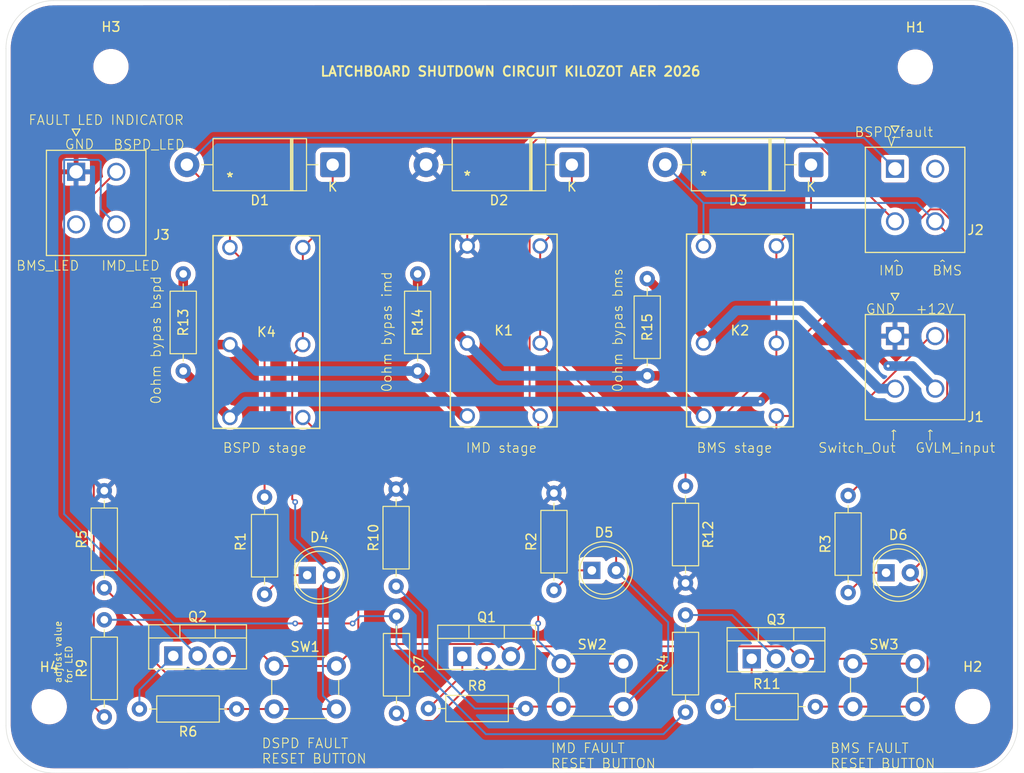
<source format=kicad_pcb>
(kicad_pcb (version 20241229) (generator "pcbnew") (generator_version "9.0")
  (layers (0 "F.Cu" signal) (2 "B.Cu" signal) (13 "F.Paste" user) (15 "B.Paste" user) (5 "F.SilkS" user "F.Silkscreen") (7 "B.SilkS" user "B.Silkscreen") (1 "F.Mask" user) (3 "B.Mask" user) (25 "Edge.Cuts" user))
  (net 0 "")
  (net 1 "BSPD_FAULT")
  (net 2 "Net-(D1-K)")
  (net 3 "GND")
  (net 4 "Net-(D2-K)")
  (net 5 "Net-(D3-K)")
  (net 6 "BMS_FAULT")
  (net 7 "GVLM_INPUT")
  (net 8 "+12V")
  (net 10 "IMD_FAULT")
  (net 11 "IMDfault_LED")
  (net 12 "BSPDfault_LED")
  (net 13 "BMSfault_LED")
  (net 14 "Net-(D4-K)")
  (net 15 "Net-(D5-K)")
  (net 16 "Net-(D6-K)")
  (net 17 "Net-(Q3-D)")
  (net 18 "Net-(Q2-G)")
  (net 19 "Net-(Q1-D)")
  (net 20 "Net-(Q1-G)")
  (net 21 "Net-(Q2-D)")
  (net 22 "Net-(Q3-G)")
  (net 23 "internal_switch_output")
  (net 24 "Net-(K1-Pad3)")
  (net 25 "Net-(K1-Pad4)")
  (footprint "Resistor_THT:R_Axial_DIN0207_L6.3mm_D2.5mm_P10.16mm_Horizontal" (layer "F.Cu") (at 70.08 123.25 180)
    (property "Reference" "R6" (at 5.08 -2.37 0) (layer "F.SilkS"))
    (property "Value" "1k")
    (pad "1" thru_hole circle (at 0 0 180) (size 1.6 1.6) (drill 0.8) (layers "*.Cu" "*.Mask") (net 2 "Net-(D1-K)"))
    (pad "2" thru_hole circle (at 10.16 0 180) (size 1.6 1.6) (drill 0.8) (layers "*.Cu" "*.Mask") (net 18 "Net-(Q2-G)"))
  )
  (footprint "Resistor_THT:R_Axial_DIN0207_L6.3mm_D2.5mm_P10.16mm_Horizontal" (layer "F.Cu") (at 120.42 123)
    (property "Reference" "R11" (at 5.08 -2.37 0) (layer "F.SilkS"))
    (property "Value" "1k")
    (pad "1" thru_hole circle (at 0 0) (size 1.6 1.6) (drill 0.8) (layers "*.Cu" "*.Mask") (net 22 "Net-(Q3-G)"))
    (pad "2" thru_hole circle (at 10.16 0) (size 1.6 1.6) (drill 0.8) (layers "*.Cu" "*.Mask") (net 5 "Net-(D3-K)"))
  )
  (footprint "1MyCustomLibrary:RELAY_G6B-2114P-US_OMR" (layer "F.Cu") (at 77 92.66)
    (property "Reference" "K4" (at -3.81 -8.840001 0) (layer "F.SilkS"))
    (property "Value" "G6B-2214P-US DC12")
    (fp_text user "*" (at -7.62 -24.980002 0) (layer "F.SilkS"))
    (fp_text user "*" (at -7.62 -24.980002 0) (layer "F.SilkS"))
    (pad "1" thru_hole circle (at -7.62 -17.680001) (size 1.608074 1.608074) (drill 1.0922) (layers "*.Cu" "*.Mask") (net 1 "BSPD_FAULT"))
    (pad "3" thru_hole circle (at -7.62 -7.520001) (size 1.608074 1.608074) (drill 1.0922) (layers "*.Cu" "*.Mask") (net 25 "Net-(K1-Pad4)"))
    (pad "4" thru_hole circle (at -7.62 0.099999) (size 1.608074 1.608074) (drill 1.0922) (layers "*.Cu" "*.Mask") (net 7 "GVLM_INPUT"))
    (pad "5" thru_hole circle (at 0 0.099999) (size 1.608074 1.608074) (drill 1.0922) (layers "*.Cu" "*.Mask") (net 8 "+12V"))
    (pad "6" thru_hole circle (at 0 -7.520001) (size 1.608074 1.608074) (drill 1.0922) (layers "*.Cu" "*.Mask") (net 2 "Net-(D1-K)"))
    (pad "8" thru_hole circle (at 0 -17.680001) (size 1.608074 1.608074) (drill 1.0922) (layers "*.Cu" "*.Mask") (net 2 "Net-(D1-K)"))
  )
  (footprint "Package_TO_SOT_THT:TO-220-3_Vertical" (layer "F.Cu") (at 63.46 117.7)
    (property "Reference" "Q2" (at 2.54 -4.1 0) (layer "F.SilkS"))
    (property "Value" "PMOS IRF9540")
    (pad "1" thru_hole rect (at 0 0) (size 1.905 2) (drill 1.1) (layers "*.Cu" "*.Mask") (net 18 "Net-(Q2-G)"))
    (pad "2" thru_hole oval (at 2.54 0) (size 1.905 2) (drill 1.1) (layers "*.Cu" "*.Mask") (net 21 "Net-(Q2-D)"))
    (pad "3" thru_hole oval (at 5.08 0) (size 1.905 2) (drill 1.1) (layers "*.Cu" "*.Mask") (net 8 "+12V"))
  )
  (footprint "Resistor_THT:R_Axial_DIN0207_L6.3mm_D2.5mm_P10.16mm_Horizontal" (layer "F.Cu") (at 117 123.58 90)
    (property "Reference" "R4" (at 5.08 -2.37 90) (layer "F.SilkS"))
    (property "Value" "470")
    (pad "1" thru_hole circle (at 0 0 90) (size 1.6 1.6) (drill 0.8) (layers "*.Cu" "*.Mask") (net 11 "IMDfault_LED"))
    (pad "2" thru_hole circle (at 10.16 0 90) (size 1.6 1.6) (drill 0.8) (layers "*.Cu" "*.Mask") (net 17 "Net-(Q3-D)"))
  )
  (footprint "LED_THT:LED_D5.0mm" (layer "F.Cu") (at 77.46 109.25)
    (property "Reference" "D4" (at 1.27 -3.96 0) (layer "F.SilkS"))
    (property "Value" "DEBUG LED")
    (pad "1" thru_hole rect (at 0 0) (size 1.8 1.8) (drill 0.9) (layers "*.Cu" "*.Mask") (net 14 "Net-(D4-K)"))
    (pad "2" thru_hole circle (at 2.54 0) (size 1.8 1.8) (drill 0.9) (layers "*.Cu" "*.Mask") (net 2 "Net-(D1-K)"))
  )
  (footprint "1MyCustomLibrary:RELAY_G6B-2114P-US_OMR" (layer "F.Cu") (at 101.81 92.5)
    (property "Reference" "K1" (at -3.81 -8.840001 0) (layer "F.SilkS"))
    (property "Value" "G6B-2214P-US DC12")
    (fp_text user "*" (at -7.62 -24.980002 0) (layer "F.SilkS"))
    (fp_text user "*" (at -7.62 -24.980002 0) (layer "F.SilkS"))
    (pad "1" thru_hole circle (at -7.62 -17.680001) (size 1.608074 1.608074) (drill 1.0922) (layers "*.Cu" "*.Mask") (net 3 "GND"))
    (pad "3" thru_hole circle (at -7.62 -7.520001) (size 1.608074 1.608074) (drill 1.0922) (layers "*.Cu" "*.Mask") (net 24 "Net-(K1-Pad3)"))
    (pad "4" thru_hole circle (at -7.62 0.099999) (size 1.608074 1.608074) (drill 1.0922) (layers "*.Cu" "*.Mask") (net 25 "Net-(K1-Pad4)"))
    (pad "5" thru_hole circle (at 0 0.099999) (size 1.608074 1.608074) (drill 1.0922) (layers "*.Cu" "*.Mask") (net 10 "IMD_FAULT"))
    (pad "6" thru_hole circle (at 0 -7.520001) (size 1.608074 1.608074) (drill 1.0922) (layers "*.Cu" "*.Mask") (net 4 "Net-(D2-K)"))
    (pad "8" thru_hole circle (at 0 -17.680001) (size 1.608074 1.608074) (drill 1.0922) (layers "*.Cu" "*.Mask") (net 4 "Net-(D2-K)"))
  )
  (footprint "Resistor_THT:R_Axial_DIN0207_L6.3mm_D2.5mm_P10.16mm_Horizontal" (layer "F.Cu") (at 86.75 110.41 90)
    (property "Reference" "R10" (at 5.08 -2.37 90) (layer "F.SilkS"))
    (property "Value" "10k")
    (pad "1" thru_hole circle (at 0 0 90) (size 1.6 1.6) (drill 0.8) (layers "*.Cu" "*.Mask") (net 4 "Net-(D2-K)"))
    (pad "2" thru_hole circle (at 10.16 0 90) (size 1.6 1.6) (drill 0.8) (layers "*.Cu" "*.Mask") (net 3 "GND"))
  )
  (footprint "1MyCustomLibrary:MOLEX_39296048" (layer "F.Cu") (at 138.9 66.74425)
    (property "Reference" "J2" (at 8.42 6.40775 0) (layer "F.SilkS"))
    (property "Value" "2x2con")
    (pad "1" thru_hole rect (at 0 0) (size 1.9 1.9) (drill 1.4) (layers "*.Cu") (net 1 "BSPD_FAULT"))
    (pad "2" thru_hole circle (at 4.2 0) (size 1.9 1.9) (drill 1.4) (layers "*.Cu"))
    (pad "3" thru_hole circle (at 0 5.5) (size 1.9 1.9) (drill 1.4) (layers "*.Cu") (net 10 "IMD_FAULT"))
    (pad "4" thru_hole circle (at 4.2 5.5) (size 1.9 1.9) (drill 1.4) (layers "*.Cu") (net 6 "BMS_FAULT"))
  )
  (footprint "1MyCustomLibrary:RELAY_G6B-2114P-US_OMR" (layer "F.Cu") (at 126.5 92.5)
    (property "Reference" "K2" (at -3.81 -8.840001 0) (layer "F.SilkS"))
    (property "Value" "G6B-2214P-US DC12")
    (fp_text user "*" (at -7.62 -24.980002 0) (layer "F.SilkS"))
    (fp_text user "*" (at -7.62 -24.980002 0) (layer "F.SilkS"))
    (pad "1" thru_hole circle (at -7.62 -17.680001) (size 1.608074 1.608074) (drill 1.0922) (layers "*.Cu" "*.Mask") (net 6 "BMS_FAULT"))
    (pad "3" thru_hole circle (at -7.62 -7.520001) (size 1.608074 1.608074) (drill 1.0922) (layers "*.Cu" "*.Mask") (net 23 "internal_switch_output"))
    (pad "4" thru_hole circle (at -7.62 0.099999) (size 1.608074 1.608074) (drill 1.0922) (layers "*.Cu" "*.Mask") (net 24 "Net-(K1-Pad3)"))
    (pad "5" thru_hole circle (at 0 0.099999) (size 1.608074 1.608074) (drill 1.0922) (layers "*.Cu" "*.Mask") (net 8 "+12V"))
    (pad "6" thru_hole circle (at 0 -7.520001) (size 1.608074 1.608074) (drill 1.0922) (layers "*.Cu" "*.Mask") (net 5 "Net-(D3-K)"))
    (pad "8" thru_hole circle (at 0 -17.680001) (size 1.608074 1.608074) (drill 1.0922) (layers "*.Cu" "*.Mask") (net 5 "Net-(D3-K)"))
  )
  (footprint "1MyCustomLibrary:MOLEX_39296048" (layer "F.Cu") (at 53.3 67.064249)
    (property "Reference" "J3" (at 8.93 6.595751 0) (layer "F.SilkS"))
    (property "Value" "2x2con")
    (pad "1" thru_hole rect (at 0 0) (size 1.9 1.9) (drill 1.4) (layers "*.Cu") (net 3 "GND"))
    (pad "2" thru_hole circle (at 4.2 0) (size 1.9 1.9) (drill 1.4) (layers "*.Cu") (net 12 "BSPDfault_LED"))
    (pad "3" thru_hole circle (at 0 5.5) (size 1.9 1.9) (drill 1.4) (layers "*.Cu") (net 13 "BMSfault_LED"))
    (pad "4" thru_hole circle (at 4.2 5.5) (size 1.9 1.9) (drill 1.4) (layers "*.Cu") (net 11 "IMDfault_LED"))
  )
  (footprint "Resistor_THT:R_Axial_DIN0207_L6.3mm_D2.5mm_P10.16mm_Horizontal" (layer "F.Cu") (at 117 99.92 -90)
    (property "Reference" "R12" (at 5.08 -2.37 90) (layer "F.SilkS"))
    (property "Value" "10k")
    (pad "1" thru_hole circle (at 0 0 270) (size 1.6 1.6) (drill 0.8) (layers "*.Cu" "*.Mask") (net 5 "Net-(D3-K)"))
    (pad "2" thru_hole circle (at 10.16 0 270) (size 1.6 1.6) (drill 0.8) (layers "*.Cu" "*.Mask") (net 3 "GND"))
  )
  (footprint "Diode_THT:D_DO-201_P15.24mm_Horizontal" (layer "F.Cu") (at 80.12 66.319999 180)
    (property "Reference" "D1" (at 7.62 -3.725 0) (layer "F.SilkS"))
    (property "Value" "SB560-3G")
    (fp_text user "K" (at 0 -2.3 0) (layer "F.SilkS"))
    (pad "1" thru_hole roundrect (at 0 0 180) (size 2.6 2.6) (drill 1.3) (layers "*.Cu" "*.Mask") (roundrect_rratio 0.096154) (net 2 "Net-(D1-K)"))
    (pad "2" thru_hole circle (at 15.24 0 180) (size 2.6 2.6) (drill 1.3) (layers "*.Cu" "*.Mask") (net 1 "BSPD_FAULT"))
  )
  (footprint "Resistor_THT:R_Axial_DIN0207_L6.3mm_D2.5mm_P10.16mm_Horizontal" (layer "F.Cu") (at 90.13 123.2)
    (property "Reference" "R8" (at 5.08 -2.37 0) (layer "F.SilkS"))
    (property "Value" "1k")
    (pad "1" thru_hole circle (at 0 0) (size 1.6 1.6) (drill 0.8) (layers "*.Cu" "*.Mask") (net 20 "Net-(Q1-G)"))
    (pad "2" thru_hole circle (at 10.16 0) (size 1.6 1.6) (drill 0.8) (layers "*.Cu" "*.Mask") (net 4 "Net-(D2-K)"))
  )
  (footprint "LED_THT:LED_D5.0mm" (layer "F.Cu") (at 107.21 108.75)
    (property "Reference" "D5" (at 1.27 -3.96 0) (layer "F.SilkS"))
    (property "Value" "DEBUG LED")
    (pad "1" thru_hole rect (at 0 0) (size 1.8 1.8) (drill 0.9) (layers "*.Cu" "*.Mask") (net 15 "Net-(D5-K)"))
    (pad "2" thru_hole circle (at 2.54 0) (size 1.8 1.8) (drill 0.9) (layers "*.Cu" "*.Mask") (net 4 "Net-(D2-K)"))
  )
  (footprint "Package_TO_SOT_THT:TO-220-3_Vertical" (layer "F.Cu") (at 93.67 117.75)
    (property "Reference" "Q1" (at 2.54 -4.1 0) (layer "F.SilkS"))
    (property "Value" "PMOS IRF9540")
    (pad "1" thru_hole rect (at 0 0) (size 1.905 2) (drill 1.1) (layers "*.Cu" "*.Mask") (net 20 "Net-(Q1-G)"))
    (pad "2" thru_hole oval (at 2.54 0) (size 1.905 2) (drill 1.1) (layers "*.Cu" "*.Mask") (net 19 "Net-(Q1-D)"))
    (pad "3" thru_hole oval (at 5.08 0) (size 1.905 2) (drill 1.1) (layers "*.Cu" "*.Mask") (net 8 "+12V"))
  )
  (footprint "Package_TO_SOT_THT:TO-220-3_Vertical" (layer "F.Cu") (at 123.92 118)
    (property "Reference" "Q3" (at 2.54 -4.1 0) (layer "F.SilkS"))
    (property "Value" "PMOS IRF9540")
    (pad "1" thru_hole rect (at 0 0) (size 1.905 2) (drill 1.1) (layers "*.Cu" "*.Mask") (net 22 "Net-(Q3-G)"))
    (pad "2" thru_hole oval (at 2.54 0) (size 1.905 2) (drill 1.1) (layers "*.Cu" "*.Mask") (net 17 "Net-(Q3-D)"))
    (pad "3" thru_hole oval (at 5.08 0) (size 1.905 2) (drill 1.1) (layers "*.Cu" "*.Mask") (net 8 "+12V"))
  )
  (footprint "Button_Switch_THT:SW_PUSH_6mm" (layer "F.Cu") (at 134.5 118.5)
    (property "Reference" "SW3" (at 3.25 -2 0) (layer "F.SilkS"))
    (property "Value" "SW_Push")
    (pad "1" thru_hole circle (at 0 0 90) (size 2 2) (drill 1.1) (layers "*.Cu" "*.Mask") (net 8 "+12V"))
    (pad "1" thru_hole circle (at 6.5 0 90) (size 2 2) (drill 1.1) (layers "*.Cu" "*.Mask") (net 8 "+12V"))
    (pad "2" thru_hole circle (at 0 4.5 90) (size 2 2) (drill 1.1) (layers "*.Cu" "*.Mask") (net 5 "Net-(D3-K)"))
    (pad "2" thru_hole circle (at 6.5 4.5 90) (size 2 2) (drill 1.1) (layers "*.Cu" "*.Mask") (net 5 "Net-(D3-K)"))
  )
  (footprint "Resistor_THT:R_Axial_DIN0207_L6.3mm_D2.5mm_P10.16mm_Horizontal" (layer "F.Cu") (at 86.79 113.54 -90)
    (property "Reference" "R7" (at 5.08 -2.37 90) (layer "F.SilkS"))
    (property "Value" "470")
    (pad "1" thru_hole circle (at 0 0 270) (size 1.6 1.6) (drill 0.8) (layers "*.Cu" "*.Mask") (net 11 "IMDfault_LED"))
    (pad "2" thru_hole circle (at 10.16 0 270) (size 1.6 1.6) (drill 0.8) (layers "*.Cu" "*.Mask") (net 19 "Net-(Q1-D)"))
  )
  (footprint "Resistor_THT:R_Axial_DIN0207_L6.3mm_D2.5mm_P10.16mm_Horizontal" (layer "F.Cu") (at 73 111.25 90)
    (property "Reference" "R1" (at 5.5 -2.5 90) (layer "F.SilkS"))
    (property "Value" "1k")
    (pad "1" thru_hole circle (at 0 0 90) (size 1.6 1.6) (drill 0.8) (layers "*.Cu" "*.Mask") (net 14 "Net-(D4-K)"))
    (pad "2" thru_hole circle (at 10.16 0 90) (size 1.6 1.6) (drill 0.8) (layers "*.Cu" "*.Mask") (net 1 "BSPD_FAULT"))
  )
  (footprint "Resistor_THT:R_Axial_DIN0207_L6.3mm_D2.5mm_P10.16mm_Horizontal" (layer "F.Cu") (at 113 88.399999 90)
    (property "Reference" "R15" (at 5.08 0 90) (layer "F.SilkS"))
    (property "Value" "0")
    (pad "1" thru_hole circle (at 0 0 90) (size 1.6 1.6) (drill 0.8) (layers "*.Cu" "*.Mask") (net 24 "Net-(K1-Pad3)"))
    (pad "2" thru_hole circle (at 10.16 0 90) (size 1.6 1.6) (drill 0.8) (layers "*.Cu" "*.Mask") (net 23 "internal_switch_output"))
  )
  (footprint "Resistor_THT:R_Axial_DIN0207_L6.3mm_D2.5mm_P10.16mm_Horizontal" (layer "F.Cu") (at 56.25 110.58 90)
    (property "Reference" "R5" (at 5.08 -2.37 90) (layer "F.SilkS"))
    (property "Value" "10k")
    (pad "1" thru_hole circle (at 0 0 90) (size 1.6 1.6) (drill 0.8) (layers "*.Cu" "*.Mask") (net 2 "Net-(D1-K)"))
    (pad "2" thru_hole circle (at 10.16 0 90) (size 1.6 1.6) (drill 0.8) (layers "*.Cu" "*.Mask") (net 3 "GND"))
  )
  (footprint "LED_THT:LED_D5.0mm" (layer "F.Cu") (at 137.96 109)
    (property "Reference" "D6" (at 1.27 -3.96 0) (layer "F.SilkS"))
    (property "Value" "DEBUG LED")
    (pad "1" thru_hole rect (at 0 0) (size 1.8 1.8) (drill 0.9) (layers "*.Cu" "*.Mask") (net 16 "Net-(D6-K)"))
    (pad "2" thru_hole circle (at 2.54 0) (size 1.8 1.8) (drill 0.9) (layers "*.Cu" "*.Mask") (net 5 "Net-(D3-K)"))
  )
  (footprint "Resistor_THT:R_Axial_DIN0207_L6.3mm_D2.5mm_P10.16mm_Horizontal" (layer "F.Cu") (at 103.25 110.83 90)
    (property "Reference" "R2" (at 5.08 -2.37 90) (layer "F.SilkS"))
    (property "Value" "1k")
    (pad "1" thru_hole circle (at 0 0 90) (size 1.6 1.6) (drill 0.8) (layers "*.Cu" "*.Mask") (net 15 "Net-(D5-K)"))
    (pad "2" thru_hole circle (at 10.16 0 90) (size 1.6 1.6) (drill 0.8) (layers "*.Cu" "*.Mask") (net 3 "GND"))
  )
  (footprint "MountingHole:MountingHole_3.2mm_M3" (layer "F.Cu") (at 56.9468 56.0578)
    (property "Reference" "H3" (at 0 -4.15 0) (layer "F.SilkS"))
    (property "Value" "MountingHole")
    (pad "" np_thru_hole circle (at 0 0) (size 3.2 3.2) (drill 3.2) (layers "*.Cu" "*.Mask"))
  )
  (footprint "Resistor_THT:R_Axial_DIN0207_L6.3mm_D2.5mm_P10.16mm_Horizontal" (layer "F.Cu") (at 56.25 124.08 90)
    (property "Reference" "R9" (at 5.08 -2.37 90) (layer "F.SilkS"))
    (property "Value" "470")
    (pad "1" thru_hole circle (at 0 0 90) (size 1.6 1.6) (drill 0.8) (layers "*.Cu" "*.Mask") (net 12 "BSPDfault_LED"))
    (pad "2" thru_hole circle (at 10.16 0 90) (size 1.6 1.6) (drill 0.8) (layers "*.Cu" "*.Mask") (net 21 "Net-(Q2-D)"))
  )
  (footprint "MountingHole:MountingHole_3.2mm_M3" (layer "F.Cu") (at 147.0152 122.9868)
    (property "Reference" "H2" (at 0 -4.15 0) (layer "F.SilkS"))
    (property "Value" "MountingHole")
    (pad "" np_thru_hole circle (at 0 0) (size 3.2 3.2) (drill 3.2) (layers "*.Cu" "*.Mask"))
  )
  (footprint "Resistor_THT:R_Axial_DIN0207_L6.3mm_D2.5mm_P10.16mm_Horizontal" (layer "F.Cu") (at 64.5 87.899999 90)
    (property "Reference" "R13" (at 5.08 0 90) (layer "F.SilkS"))
    (property "Value" "0")
    (pad "1" thru_hole circle (at 0 0 90) (size 1.6 1.6) (drill 0.8) (layers "*.Cu" "*.Mask") (net 7 "GVLM_INPUT"))
    (pad "2" thru_hole circle (at 10.16 0 90) (size 1.6 1.6) (drill 0.8) (layers "*.Cu" "*.Mask") (net 25 "Net-(K1-Pad4)"))
  )
  (footprint "Resistor_THT:R_Axial_DIN0207_L6.3mm_D2.5mm_P10.16mm_Horizontal" (layer "F.Cu") (at 89 87.899999 90)
    (property "Reference" "R14" (at 5.08 0 90) (layer "F.SilkS"))
    (property "Value" "0")
    (pad "1" thru_hole circle (at 0 0 90) (size 1.6 1.6) (drill 0.8) (layers "*.Cu" "*.Mask") (net 25 "Net-(K1-Pad4)"))
    (pad "2" thru_hole circle (at 10.16 0 90) (size 1.6 1.6) (drill 0.8) (layers "*.Cu" "*.Mask") (net 24 "Net-(K1-Pad3)"))
  )
  (footprint "Button_Switch_THT:SW_PUSH_6mm" (layer "F.Cu") (at 104 118.5)
    (property "Reference" "SW2" (at 3.25 -2 0) (layer "F.SilkS"))
    (property "Value" "SW_Push")
    (pad "1" thru_hole circle (at 0 0 90) (size 2 2) (drill 1.1) (layers "*.Cu" "*.Mask") (net 10 "IMD_FAULT"))
    (pad "1" thru_hole circle (at 6.5 0 90) (size 2 2) (drill 1.1) (layers "*.Cu" "*.Mask") (net 10 "IMD_FAULT"))
    (pad "2" thru_hole circle (at 0 4.5 90) (size 2 2) (drill 1.1) (layers "*.Cu" "*.Mask") (net 4 "Net-(D2-K)"))
    (pad "2" thru_hole circle (at 6.5 4.5 90) (size 2 2) (drill 1.1) (layers "*.Cu" "*.Mask") (net 4 "Net-(D2-K)"))
  )
  (footprint "Button_Switch_THT:SW_PUSH_6mm" (layer "F.Cu") (at 74 118.75)
    (property "Reference" "SW1" (at 3.25 -2 0) (layer "F.SilkS"))
    (property "Value" "SW_Push")
    (pad "1" thru_hole circle (at 0 0 90) (size 2 2) (drill 1.1) (layers "*.Cu" "*.Mask") (net 8 "+12V"))
    (pad "1" thru_hole circle (at 6.5 0 90) (size 2 2) (drill 1.1) (layers "*.Cu" "*.Mask") (net 8 "+12V"))
    (pad "2" thru_hole circle (at 0 4.5 90) (size 2 2) (drill 1.1) (layers "*.Cu" "*.Mask") (net 2 "Net-(D1-K)"))
    (pad "2" thru_hole circle (at 6.5 4.5 90) (size 2 2) (drill 1.1) (layers "*.Cu" "*.Mask") (net 2 "Net-(D1-K)"))
  )
  (footprint "1MyCustomLibrary:MOLEX_39296048" (layer "F.Cu") (at 138.9 84.24425)
    (property "Reference" "J1" (at 8.42 8.46575 0) (layer "F.SilkS"))
    (property "Value" "2x2con")
    (pad "1" thru_hole rect (at 0 0) (size 1.9 1.9) (drill 1.4) (layers "*.Cu") (net 3 "GND"))
    (pad "2" thru_hole circle (at 4.2 0) (size 1.9 1.9) (drill 1.4) (layers "*.Cu") (net 8 "+12V"))
    (pad "3" thru_hole circle (at 0 5.5) (size 1.9 1.9) (drill 1.4) (layers "*.Cu") (net 23 "internal_switch_output"))
    (pad "4" thru_hole circle (at 4.2 5.5) (size 1.9 1.9) (drill 1.4) (layers "*.Cu") (net 7 "GVLM_INPUT"))
  )
  (footprint "Resistor_THT:R_Axial_DIN0207_L6.3mm_D2.5mm_P10.16mm_Horizontal" (layer "F.Cu") (at 134 111.08 90)
    (property "Reference" "R3" (at 5.08 -2.37 90) (layer "F.SilkS"))
    (property "Value" "1k")
    (pad "1" thru_hole circle (at 0 0 90) (size 1.6 1.6) (drill 0.8) (layers "*.Cu" "*.Mask") (net 16 "Net-(D6-K)"))
    (pad "2" thru_hole circle (at 10.16 0 90) (size 1.6 1.6) (drill 0.8) (layers "*.Cu" "*.Mask") (net 6 "BMS_FAULT"))
  )
  (footprint "Diode_THT:D_DO-201_P15.24mm_Horizontal" (layer "F.Cu") (at 130.12 66.319999 180)
    (property "Reference" "D3" (at 7.62 -3.725 0) (layer "F.SilkS"))
    (property "Value" "SB560-3G")
    (fp_text user "K" (at 0 -2.3 0) (layer "F.SilkS"))
    (pad "1" thru_hole roundrect (at 0 0 180) (size 2.6 2.6) (drill 1.3) (layers "*.Cu" "*.Mask") (roundrect_rratio 0.096154) (net 5 "Net-(D3-K)"))
    (pad "2" thru_hole circle (at 15.24 0 180) (size 2.6 2.6) (drill 1.3) (layers "*.Cu" "*.Mask") (net 6 "BMS_FAULT"))
  )
  (footprint "MountingHole:MountingHole_3.2mm_M3" (layer "F.Cu") (at 50.4952 123.0122)
    (property "Reference" "H4" (at 0 -4.15 0) (layer "F.SilkS"))
    (property "Value" "MountingHole")
    (pad "" np_thru_hole circle (at 0 0) (size 3.2 3.2) (drill 3.2) (layers "*.Cu" "*.Mask"))
  )
  (footprint "Diode_THT:D_DO-201_P15.24mm_Horizontal" (layer "F.Cu") (at 105.12 66.319999 180)
    (property "Reference" "D2" (at 7.62 -3.725 0) (layer "F.SilkS"))
    (property "Value" "SB560-3G")
    (fp_text user "K" (at 0 -2.3 0) (layer "F.SilkS"))
    (pad "1" thru_hole roundrect (at 0 0 180) (size 2.6 2.6) (drill 1.3) (layers "*.Cu" "*.Mask") (roundrect_rratio 0.096154) (net 4 "Net-(D2-K)"))
    (pad "2" thru_hole circle (at 15.24 0 180) (size 2.6 2.6) (drill 1.3) (layers "*.Cu" "*.Mask") (net 3 "GND"))
  )
  (footprint "MountingHole:MountingHole_3.2mm_M3" (layer "F.Cu") (at 141.0208 56.1086)
    (property "Reference" "H1" (at 0 -4.15 0) (layer "F.SilkS"))
    (property "Value" "MountingHole")
    (pad "" np_thru_hole circle (at 0 0) (size 3.2 3.2) (drill 3.2) (layers "*.Cu" "*.Mask"))
  )
  (gr_line (start 45.974 54.1782) (end 45.974 124.986401) (stroke (width 0.05)) (layer "Edge.Cuts"))
  (gr_arc (start 45.97 54.178267) (mid 47.413705 50.6438) (end 50.929299 49.154725) (stroke (width 0.05)) (layer "Edge.Cuts"))
  (gr_arc (start 50.997542 129.9464) (mid 47.463075 128.502695) (end 45.974 124.987101) (stroke (width 0.05)) (layer "Edge.Cuts"))
  (gr_line (start 151.720499 124.89746) (end 151.7396 54.07622) (stroke (width 0.05)) (layer "Edge.Cuts"))
  (gr_line (start 146.71606 49.117301) (end 50.929466 49.154725) (stroke (width 0.05)) (layer "Edge.Cuts"))
  (gr_arc (start 151.720499 124.897458) (mid 150.276794 128.431925) (end 146.7612 129.921) (stroke (width 0.05)) (layer "Edge.Cuts"))
  (gr_line (start 50.997542 129.9464) (end 146.76158 129.921) (stroke (width 0.05)) (layer "Edge.Cuts"))
  (gr_arc (start 146.716058 49.117301) (mid 150.250525 50.561006) (end 151.7396 54.0766) (stroke (width 0.05)) (layer "Edge.Cuts"))
  (gr_text "I" (at 142.24 95.25 0) (layer "F.SilkS") (effects (font (size 1 1) (thickness 0.1)) (justify left bottom)))
  (gr_text "LATCHBOARD SHUTDOWN CIRCUIT KILOZOT AER 2026" (at 78.74 57.15 0) (layer "F.SilkS") (effects (font (size 1 1) (thickness 0.2) (bold yes)) (justify left bottom)))
  (gr_text "BSPD_fault" (at 134.62 63.5 0) (layer "F.SilkS") (effects (font (size 1 1) (thickness 0.1)) (justify left bottom)))
  (gr_text "BSPD stage" (at 68.58 96.52 0) (layer "F.SilkS") (effects (font (size 1 1) (thickness 0.1)) (justify left bottom)))
  (gr_text "IMD_LED" (at 55.88 77.47 0) (layer "F.SilkS") (effects (font (size 1 1) (thickness 0.1)) (justify left bottom)))
  (gr_text "^" (at 138.684 77.47 0) (layer "F.SilkS") (effects (font (size 1 1) (thickness 0.1)) (justify left bottom)))
  (gr_text "^" (at 142.24 95.25 0) (layer "F.SilkS") (effects (font (size 1 1) (thickness 0.1)) (justify left bottom)))
  (gr_text "adjust value\nfor LED" (at 52.959 120.5992 90) (layer "F.SilkS") (effects (font (size 0.7 0.7) (thickness 0.1)) (justify left bottom)))
  (gr_text "BMS" (at 142.748 77.978 0) (layer "F.SilkS") (effects (font (size 1 1) (thickness 0.1)) (justify left bottom)))
  (gr_text "GVLM_input" (at 140.97 96.52 0) (layer "F.SilkS") (effects (font (size 1 1) (thickness 0.1)) (justify left bottom)))
  (gr_text "FAULT LED INDICATOR" (at 48.26 62.23 0) (layer "F.SilkS") (effects (font (size 1 1) (thickness 0.1)) (justify left bottom)))
  (gr_text "V" (at 138.031429 64.49425 0) (layer "F.SilkS") (effects (font (size 1 1) (thickness 0.1)) (justify left bottom)))
  (gr_text "BSPD_LED" (at 57.15 64.814249 0) (layer "F.SilkS") (effects (font (size 1 1) (thickness 0.1)) (justify left bottom)))
  (gr_text "^" (at 138.43 95.25 0) (layer "F.SilkS") (effects (font (size 1 1) (thickness 0.1)) (justify left bottom)))
  (gr_text "BMS FAULT \nRESET BUTTON" (at 132.08 129.54 0) (layer "F.SilkS") (effects (font (size 1 1) (thickness 0.1)) (justify left bottom)))
  (gr_text "IMD FAULT \nRESET BUTTON" (at 102.87 129.54 0) (layer "F.SilkS") (effects (font (size 1 1) (thickness 0.1)) (justify left bottom)))
  (gr_text "GND" (at 135.8 81.99425 0) (layer "F.SilkS") (effects (font (size 1 1) (thickness 0.1)) (justify left bottom)))
  (gr_text "GND" (at 52.07 64.77 0) (layer "F.SilkS") (effects (font (size 1 1) (thickness 0.1)) (justify left bottom)))
  (gr_text "0ohm bypas bms" (at 110.49 90.17 90) (layer "F.SilkS") (effects (font (size 1 1) (thickness 0.1)) (justify left bottom)))
  (gr_text "I" (at 138.43 95.25 0) (layer "F.SilkS") (effects (font (size 1 1) (thickness 0.1)) (justify left bottom)))
  (gr_text "BMS_LED" (at 46.99 77.47 0) (layer "F.SilkS") (effects (font (size 1 1) (thickness 0.1)) (justify left bottom)))
  (gr_text "IMD" (at 137.16 77.978 0) (layer "F.SilkS") (effects (font (size 1 1) (thickness 0.1)) (justify left bottom)))
  (gr_text "+12V" (at 141 81.99425 0) (layer "F.SilkS") (effects (font (size 1 1) (thickness 0.1)) (justify left bottom)))
  (gr_text "Switch_Out" (at 130.81 96.52 0) (layer "F.SilkS") (effects (font (size 1 1) (thickness 0.1)) (justify left bottom)))
  (gr_text "0ohm bypas bspd" (at 62.23 91.44 90) (layer "F.SilkS") (effects (font (size 1 1) (thickness 0.1)) (justify left bottom)))
  (gr_text "BMS stage" (at 118.11 96.52 0) (layer "F.SilkS") (effects (font (size 1 1) (thickness 0.1)) (justify left bottom)))
  (gr_text "IMD stage" (at 93.98 96.52 0) (layer "F.SilkS") (effects (font (size 1 1) (thickness 0.1)) (justify left bottom)))
  (gr_text "DSPD FAULT \nRESET BUTTON" (at 72.644 129.032 0) (layer "F.SilkS") (effects (font (size 1 1) (thickness 0.1)) (justify left bottom)))
  (gr_text "0ohm bypas imd" (at 86.36 90.17 90) (layer "F.SilkS") (effects (font (size 1 1) (thickness 0.1)) (justify left bottom)))
  (gr_text "^" (at 143.51 77.47 0) (layer "F.SilkS") (effects (font (size 1 1) (thickness 0.1)) (justify left bottom)))
  (segment (start 64.88 66.319999) (end 69.38 70.819999) (width 0.2) (layer "F.Cu") (net 1))
  (segment (start 73 78.599999) (end 69.38 74.979999) (width 0.2) (layer "F.Cu") (net 1))
  (segment (start 73 101.09) (end 73 78.599999) (width 0.2) (layer "F.Cu") (net 1))
  (segment (start 69.38 70.819999) (end 69.38 74.979999) (width 0.2) (layer "F.Cu") (net 1))
  (segment (start 138.9 66.74425) (end 135.65575 63.5) (width 0.2) (layer "B.Cu") (net 1))
  (segment (start 135.65575 63.5) (end 67.699999 63.5) (width 0.2) (layer "B.Cu") (net 1))
  (segment (start 67.699999 63.5) (end 64.88 66.319999) (width 0.2) (layer "B.Cu") (net 1))
  (segment (start 56.25 110.58) (end 61.021 115.351) (width 0.2) (layer "F.Cu") (net 2))
  (segment (start 75.894963 101.294963) (end 75.894963 86.245036) (width 0.2) (layer "F.Cu") (net 2))
  (segment (start 66.4555 123.25) (end 70.08 123.25) (width 0.2) (layer "F.Cu") (net 2))
  (segment (start 80.12 66.319999) (end 80.12 71.859999) (width 0.2) (layer "F.Cu") (net 2))
  (segment (start 61.021 117.8155) (end 66.4555 123.25) (width 0.2) (layer "F.Cu") (net 2))
  (segment (start 77 74.979999) (end 77 85.139999) (width 0.2) (layer "F.Cu") (net 2))
  (segment (start 61.021 115.351) (end 61.021 117.8155) (width 0.2) (layer "F.Cu") (net 2))
  (segment (start 70.08 123.25) (end 74 123.25) (width 0.2) (layer "F.Cu") (net 2))
  (segment (start 80.12 71.859999) (end 77 74.979999) (width 0.2) (layer "F.Cu") (net 2))
  (segment (start 80.5 123.25) (end 74 123.25) (width 0.2) (layer "F.Cu") (net 2))
  (segment (start 76.2 101.6) (end 75.894963 101.294963) (width 0.2) (layer "F.Cu") (net 2))
  (segment (start 75.894963 86.245036) (end 77 85.139999) (width 0.2) (layer "F.Cu") (net 2))
  (via (at 76.2 101.6) (size 0.6) (drill 0.3) (layers "F.Cu" "B.Cu") (net 2))
  (segment (start 80.5 123.25) (end 79.1 121.85) (width 0.2) (layer "B.Cu") (net 2))
  (segment (start 76.2 105.45) (end 76.2 101.6) (width 0.2) (layer "B.Cu") (net 2))
  (segment (start 79.1 121.85) (end 79.1 110.15) (width 0.2) (layer "B.Cu") (net 2))
  (segment (start 80 109.25) (end 76.2 105.45) (width 0.2) (layer "B.Cu") (net 2))
  (segment (start 79.1 110.15) (end 80 109.25) (width 0.2) (layer "B.Cu") (net 2))
  (segment (start 94.19 70.629999) (end 94.19 74.819999) (width 0.2) (layer "F.Cu") (net 3))
  (segment (start 89.88 66.319999) (end 94.19 70.629999) (width 0.2) (layer "F.Cu") (net 3))
  (segment (start 103.25 100.25) (end 103.25 100.67) (width 0.2) (layer "B.Cu") (net 3))
  (segment (start 104 123) (end 100.49 123) (width 0.2) (layer "F.Cu") (net 4))
  (segment (start 101.81 74.819999) (end 101.81 84.979999) (width 0.2) (layer "F.Cu") (net 4))
  (segment (start 105.12 71.509999) (end 101.81 74.819999) (width 0.2) (layer "F.Cu") (net 4))
  (segment (start 105.12 66.319999) (end 105.12 71.509999) (width 0.2) (layer "F.Cu") (net 4))
  (segment (start 104 123) (end 110.5 123) (width 0.2) (layer "F.Cu") (net 4))
  (segment (start 109.75 108.75) (end 109.75 92.919999) (width 0.2) (layer "F.Cu") (net 4))
  (segment (start 109.75 92.919999) (end 101.81 84.979999) (width 0.2) (layer "F.Cu") (net 4))
  (segment (start 100.49 123) (end 100.29 123.2) (width 0.2) (layer "F.Cu") (net 4))
  (segment (start 89.5096 117.729) (end 89.5096 113.1696) (width 0.2) (layer "B.Cu") (net 4))
  (segment (start 115.189 118.311) (end 115.189 114.189) (width 0.2) (layer "B.Cu") (net 4))
  (segment (start 94.9806 123.2) (end 89.5096 117.729) (width 0.2) (layer "B.Cu") (net 4))
  (segment (start 115.189 114.189) (end 109.75 108.75) (width 0.2) (layer "B.Cu") (net 4))
  (segment (start 100.29 123.2) (end 94.9806 123.2) (width 0.2) (layer "B.Cu") (net 4))
  (segment (start 89.5096 113.1696) (end 86.75 110.41) (width 0.2) (layer "B.Cu") (net 4))
  (segment (start 110.5 123) (end 115.189 118.311) (width 0.2) (layer "B.Cu") (net 4))
  (segment (start 142.581818 70.99325) (end 143.618182 70.99325) (width 0.2) (layer "F.Cu") (net 5))
  (segment (start 144.752 72.127068) (end 144.752 104.748) (width 0.2) (layer "F.Cu") (net 5))
  (segment (start 138.537534 75.037534) (end 142.581818 70.99325) (width 0.2) (layer "F.Cu") (net 5))
  (segment (start 141 123) (end 134.5 123) (width 0.2) (layer "F.Cu") (net 5))
  (segment (start 142.301 121.699) (end 141 123) (width 0.2) (layer "F.Cu") (net 5))
  (segment (start 117 99.92) (end 117 96.575068) (width 0.2) (layer "F.Cu") (net 5))
  (segment (start 134.5 123) (end 130.58 123) (width 0.2) (layer "F.Cu") (net 5))
  (segment (start 140.5 109) (end 142.301 110.801) (width 0.2) (layer "F.Cu") (net 5))
  (segment (start 134.699999 71.199999) (end 138.537534 75.037534) (width 0.2) (layer "F.Cu") (net 5))
  (segment (start 130.12 66.319999) (end 130.12 71.199999) (width 0.2) (layer "F.Cu") (net 5))
  (segment (start 142.301 110.801) (end 142.301 121.699) (width 0.2) (layer "F.Cu") (net 5))
  (segment (start 130.12 71.199999) (end 134.699999 71.199999) (width 0.2) (layer "F.Cu") (net 5))
  (segment (start 143.618182 70.99325) (end 144.752 72.127068) (width 0.2) (layer "F.Cu") (net 5))
  (segment (start 130.12 71.199999) (end 126.5 74.819999) (width 0.2) (layer "F.Cu") (net 5))
  (segment (start 117 96.575068) (end 126.345534 87.229534) (width 0.2) (layer "F.Cu") (net 5))
  (segment (start 126.5 84.979999) (end 126.5 87.075068) (width 0.2) (layer "F.Cu") (net 5))
  (segment (start 126.5 87.075068) (end 126.345534 87.229534) (width 0.2) (layer "F.Cu") (net 5))
  (segment (start 126.345534 87.229534) (end 138.537534 75.037534) (width 0.2) (layer "F.Cu") (net 5))
  (segment (start 126.5 74.819999) (end 126.5 84.979999) (width 0.2) (layer "F.Cu") (net 5))
  (segment (start 144.752 104.748) (end 140.5 109) (width 0.2) (layer "F.Cu") (net 5))
  (segment (start 144.351 90.569) (end 134 100.92) (width 0.2) (layer "F.Cu") (net 6))
  (segment (start 143.1 72.24425) (end 144.351 73.49525) (width 0.2) (layer "F.Cu") (net 6))
  (segment (start 144.351 73.49525) (end 144.351 90.569) (width 0.2) (layer "F.Cu") (net 6))
  (segment (start 118.88 70.319999) (end 141.175749 70.319999) (width 0.2) (layer "B.Cu") (net 6))
  (segment (start 118.88 70.319999) (end 118.88 74.819999) (width 0.2) (layer "B.Cu") (net 6))
  (segment (start 114.88 66.319999) (end 118.88 70.319999) (width 0.2) (layer "B.Cu") (net 6))
  (segment (start 141.175749 70.319999) (end 143.1 72.24425) (width 0.2) (layer "B.Cu") (net 6))
  (segment (start 124.805038 91.094962) (end 129.697603 86.202397) (width 1) (layer "F.Cu") (net 7))
  (segment (start 64.52 87.899999) (end 64.5 87.899999) (width 0.2) (layer "F.Cu") (net 7))
  (segment (start 129.697603 86.202397) (end 137.002397 86.202397) (width 1) (layer "F.Cu") (net 7))
  (segment (start 69.38 92.759999) (end 64.52 87.899999) (width 1) (layer "F.Cu") (net 7))
  (segment (start 137.002397 86.202397) (end 138.176 87.376) (width 0.7) (layer "F.Cu") (net 7))
  (via (at 124.805038 91.094962) (size 0.6) (drill 0.3) (layers "F.Cu" "B.Cu") (net 7))
  (via (at 138.176 87.376) (size 0.6) (drill 0.3) (layers "F.Cu" "B.Cu") (net 7))
  (segment (start 138.176 87.376) (end 140.73175 87.376) (width 1) (layer "B.Cu") (net 7))
  (segment (start 124.805038 91.094962) (end 71.045037 91.094962) (width 1) (layer "B.Cu") (net 7))
  (segment (start 71.045037 91.094962) (end 69.38 92.759999) (width 1) (layer "B.Cu") (net 7))
  (segment (start 140.73175 87.376) (end 143.1 89.74425) (width 1) (layer "B.Cu") (net 7))
  (segment (start 82.801 116.449) (end 80.5 118.75) (width 0.2) (layer "F.Cu") (net 8))
  (segment (start 134 118) (end 134.5 118.5) (width 0.2) (layer "F.Cu") (net 8))
  (segment (start 126.5 115.5) (end 127.928 116.928) (width 0.2) (layer "F.Cu") (net 8))
  (segment (start 126.5 92.599999) (end 126.5 115.5) (width 0.2) (layer "F.Cu") (net 8))
  (segment (start 77 92.759999) (end 82.801 98.560999) (width 0.2) (layer "F.Cu") (net 8))
  (segment (start 142.630818 84.24425) (end 134.275069 92.599999) (width 0.2) (layer "F.Cu") (net 8))
  (segment (start 82.801 98.560999) (end 82.801 116.449) (width 0.2) (layer "F.Cu") (net 8))
  (segment (start 129 118) (end 134 118) (width 0.2) (layer "F.Cu") (net 8))
  (segment (start 127.699 116.699) (end 99.801 116.699) (width 0.2) (layer "F.Cu") (net 8))
  (segment (start 97.449 116.449) (end 82.801 116.449) (width 0.2) (layer "F.Cu") (net 8))
  (segment (start 127.928 116.928) (end 127.699 116.699) (width 0.2) (layer "F.Cu") (net 8))
  (segment (start 134.5 118.5) (end 141 118.5) (width 0.2) (layer "F.Cu") (net 8))
  (segment (start 74 118.75) (end 72.95 117.7) (width 0.2) (layer "F.Cu") (net 8))
  (segment (start 134.275069 92.599999) (end 126.5 92.599999) (width 0.2) (layer "F.Cu") (net 8))
  (segment (start 99.801 116.699) (end 98.75 117.75) (width 0.2) (layer "F.Cu") (net 8))
  (segment (start 80.5 118.75) (end 74 118.75) (width 0.2) (layer "F.Cu") (net 8))
  (segment (start 98.75 117.75) (end 97.449 116.449) (width 0.2) (layer "F.Cu") (net 8))
  (segment (start 129 118) (end 127.928 116.928) (width 0.2) (layer "F.Cu") (net 8))
  (segment (start 143.1 84.24425) (end 142.630818 84.24425) (width 0.2) (layer "F.Cu") (net 8))
  (segment (start 72.95 117.7) (end 68.54 117.7) (width 0.2) (layer "F.Cu") (net 8))
  (segment (start 138.9 72.213839) (end 138.9 72.24425) (width 0.2) (layer "F.Cu") (net 10))
  (segment (start 100.704963 91.494962) (end 100.704963 64.395037) (width 0.2) (layer "F.Cu") (net 10))
  (segment (start 100.704963 64.395037) (end 101.6 63.5) (width 0.2) (layer "F.Cu") (net 10))
  (segment (start 101.81 92.599999) (end 101.6 92.809999) (width 0.2) (layer "F.Cu") (net 10))
  (segment (start 101.6 92.809999) (end 101.6 114.3) (width 0.2) (layer "F.Cu") (net 10))
  (segment (start 104 118.5) (end 110.5 118.5) (width 0.2) (layer "F.Cu") (net 10))
  (segment (start 101.81 92.599999) (end 100.704963 91.494962) (width 0.2) (layer "F.Cu") (net 10))
  (segment (start 101.6 63.5) (end 130.186161 63.5) (width 0.2) (layer "F.Cu") (net 10))
  (segment (start 130.186161 63.5) (end 138.9 72.213839) (width 0.2) (layer "F.Cu") (net 10))
  (via (at 101.6 114.3) (size 0.6) (drill 0.3) (layers "F.Cu" "B.Cu") (net 10))
  (segment (start 101.6 116.1) (end 104 118.5) (width 0.2) (layer "B.Cu") (net 10))
  (segment (start 101.6 114.3) (end 101.6 116.1) (width 0.2) (layer "B.Cu") (net 10))
  (segment (start 76.2 114.3) (end 82.4 114.3) (width 0.2) (layer "F.Cu") (net 11))
  (segment (start 82.4 114.3) (end 82.201 114.3) (width 0.2) (layer "F.Cu") (net 11))
  (via (at 76.2 114.3) (size 0.6) (drill 0.3) (layers "F.Cu" "B.Cu") (net 11))
  (via (at 82.201 114.3) (size 0.6) (drill 0.3) (layers "F.Cu" "B.Cu") (net 11))
  (segment (start 96.139 125.8824) (end 86.79 116.5334) (width 0.2) (layer "B.Cu") (net 11))
  (segment (start 55.88 66.04) (end 55.88 70.944249) (width 0.2) (layer "B.Cu") (net 11))
  (segment (start 117 123.58) (end 114.6976 125.8824) (width 0.2) (layer "B.Cu") (net 11))
  (segment (start 52.049 65.813249) (end 52.049 102.849) (width 0.2) (layer "B.Cu") (net 11))
  (segment (start 55.653249 65.813249) (end 55.88 66.04) (width 0.2) (layer "B.Cu") (net 11))
  (segment (start 82.961 113.54) (end 82.201 114.3) (width 0.2) (layer "B.Cu") (net 11))
  (segment (start 63.5 114.3) (end 76.2 114.3) (width 0.2) (layer "B.Cu") (net 11))
  (segment (start 114.6976 125.8824) (end 96.139 125.8824) (width 0.2) (layer "B.Cu") (net 11))
  (segment (start 86.79 113.54) (end 82.961 113.54) (width 0.2) (layer "B.Cu") (net 11))
  (segment (start 52.049 102.849) (end 63.5 114.3) (width 0.2) (layer "B.Cu") (net 11))
  (segment (start 86.79 116.5334) (end 86.79 113.54) (width 0.2) (layer "B.Cu") (net 11))
  (segment (start 52.049 65.813249) (end 55.653249 65.813249) (width 0.2) (layer "B.Cu") (net 11))
  (segment (start 55.88 70.944249) (end 57.5 72.564249) (width 0.2) (layer "B.Cu") (net 11))
  (segment (start 56.25 124.08) (end 55.149 122.979) (width 0.2) (layer "F.Cu") (net 12))
  (segment (start 55.149 69.415249) (end 57.5 67.064249) (width 0.2) (layer "F.Cu") (net 12))
  (segment (start 55.149 122.979) (end 55.149 69.415249) (width 0.2) (layer "F.Cu") (net 12))
  (segment (start 77.46 109.25) (end 75 109.25) (width 0.2) (layer "F.Cu") (net 14))
  (segment (start 75 109.25) (end 73 111.25) (width 0.2) (layer "F.Cu") (net 14))
  (segment (start 107.21 108.75) (end 105.33 108.75) (width 0.2) (layer "F.Cu") (net 15))
  (segment (start 105.33 108.75) (end 103.25 110.83) (width 0.2) (layer "F.Cu") (net 15))
  (segment (start 137.96 109) (end 136.08 109) (width 0.2) (layer "F.Cu") (net 16))
  (segment (start 136.08 109) (end 134 111.08) (width 0.2) (layer "F.Cu") (net 16))
  (segment (start 117 113.42) (end 121.88 113.42) (width 0.2) (layer "B.Cu") (net 17))
  (segment (start 121.88 113.42) (end 126.46 118) (width 0.2) (layer "B.Cu") (net 17))
  (segment (start 59.92 121.24) (end 63.46 117.7) (width 0.2) (layer "B.Cu") (net 18))
  (segment (start 59.92 123.25) (end 59.92 121.24) (width 0.2) (layer "B.Cu") (net 18))
  (segment (start 96.21 117.75) (end 96.21 118.95) (width 0.2) (layer "F.Cu") (net 19))
  (segment (start 96.21 118.95) (end 90.660001 124.499999) (width 0.2) (layer "F.Cu") (net 19))
  (segment (start 87.589999 124.499999) (end 86.79 123.7) (width 0.2) (layer "F.Cu") (net 19))
  (segment (start 90.660001 124.499999) (end 87.589999 124.499999) (width 0.2) (layer "F.Cu") (net 19))
  (segment (start 93.67 119.66) (end 90.13 123.2) (width 0.2) (layer "F.Cu") (net 20))
  (segment (start 93.67 117.75) (end 93.67 119.66) (width 0.2) (layer "F.Cu") (net 20))
  (segment (start 62.22 113.92) (end 66 117.7) (width 0.2) (layer "B.Cu") (net 21))
  (segment (start 56.25 113.92) (end 62.22 113.92) (width 0.2) (layer "B.Cu") (net 21))
  (segment (start 123.92 119.5) (end 120.42 123) (width 0.2) (layer "F.Cu") (net 22))
  (segment (start 123.92 118) (end 123.92 119.5) (width 0.2) (layer "F.Cu") (net 22))
  (segment (start 113 78.239999) (end 118.88 84.119999) (width 1) (layer "F.Cu") (net 23))
  (segment (start 118.88 84.119999) (end 118.88 84.979999) (width 1) (layer "F.Cu") (net 23))
  (segment (start 137.21685 89.74425) (end 129.032 81.5594) (width 1) (layer "B.Cu") (net 23))
  (segment (start 122.300599 81.5594) (end 118.88 84.979999) (width 1) (layer "B.Cu") (net 23))
  (segment (start 129.032 81.5594) (end 122.300599 81.5594) (width 1) (layer "B.Cu") (net 23))
  (segment (start 138.9 89.74425) (end 137.21685 89.74425) (width 1) (layer "B.Cu") (net 23))
  (segment (start 89 77.739999) (end 89 79.789999) (width 1) (layer "F.Cu") (net 24))
  (segment (start 114.68 88.399999) (end 118.88 92.599999) (width 1) (layer "F.Cu") (net 24))
  (segment (start 89 79.789999) (end 94.19 84.979999) (width 1) (layer "F.Cu") (net 24))
  (segment (start 113 88.399999) (end 114.68 88.399999) (width 1) (layer "F.Cu") (net 24))
  (segment (start 113 88.399999) (end 97.61 88.399999) (width 1) (layer "B.Cu") (net 24))
  (segment (start 97.61 88.399999) (end 94.19 84.979999) (width 1) (layer "B.Cu") (net 24))
  (segment (start 89 87.899999) (end 93.7 92.599999) (width 1) (layer "F.Cu") (net 25))
  (segment (start 64.5 82.379998) (end 67.260001 85.139999) (width 1) (layer "F.Cu") (net 25))
  (segment (start 93.7 92.599999) (end 94.19 92.599999) (width 0.2) (layer "F.Cu") (net 25))
  (segment (start 67.260001 85.139999) (end 69.38 85.139999) (width 1) (layer "F.Cu") (net 25))
  (segment (start 64.5 77.739999) (end 64.5 82.379998) (width 1) (layer "F.Cu") (net 25))
  (segment (start 72.14 87.899999) (end 89 87.899999) (width 1) (layer "B.Cu") (net 25))
  (segment (start 69.38 85.139999) (end 72.14 87.899999) (width 1) (layer "B.Cu") (net 25))
  (zone (net 3) (net_name "GND") (layer "F.Cu") (priority 1) (connect_pads (clearance 0.5)) (min_thickness 0.25) (fill yes (thermal_gap 0.5) (thermal_bridge_width 0.5))
    (polygon (pts (xy 152.4 49.276) (xy 46.228 49.276) (xy 45.72 129.54) (xy 152.4 129.54)))
  )
  (zone (net 3) (net_name "GND") (layer "B.Cu") (connect_pads (clearance 0.5)) (min_thickness 0.25) (fill yes (thermal_gap 0.5) (thermal_bridge_width 0.5))
    (polygon (pts (xy 46.228 129.54) (xy 151.384 129.54) (xy 151.384 49.276) (xy 46.228 49.276)))
  )
)
</source>
